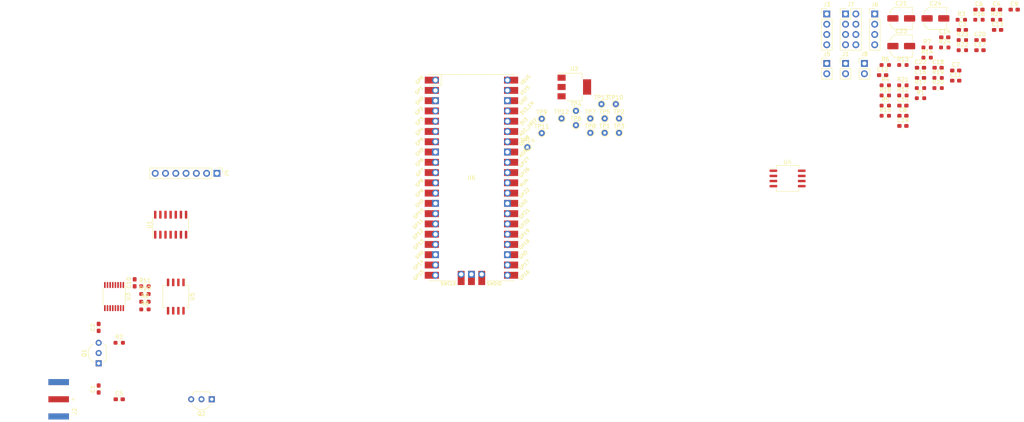
<source format=kicad_pcb>
(kicad_pcb (version 20211014) (generator pcbnew)

  (general
    (thickness 1.6)
  )

  (paper "A4")
  (layers
    (0 "F.Cu" signal)
    (31 "B.Cu" signal)
    (32 "B.Adhes" user "B.Adhesive")
    (33 "F.Adhes" user "F.Adhesive")
    (34 "B.Paste" user)
    (35 "F.Paste" user)
    (36 "B.SilkS" user "B.Silkscreen")
    (37 "F.SilkS" user "F.Silkscreen")
    (38 "B.Mask" user)
    (39 "F.Mask" user)
    (40 "Dwgs.User" user "User.Drawings")
    (41 "Cmts.User" user "User.Comments")
    (42 "Eco1.User" user "User.Eco1")
    (43 "Eco2.User" user "User.Eco2")
    (44 "Edge.Cuts" user)
    (45 "Margin" user)
    (46 "B.CrtYd" user "B.Courtyard")
    (47 "F.CrtYd" user "F.Courtyard")
    (48 "B.Fab" user)
    (49 "F.Fab" user)
    (50 "User.1" user)
    (51 "User.2" user)
    (52 "User.3" user)
    (53 "User.4" user)
    (54 "User.5" user)
    (55 "User.6" user)
    (56 "User.7" user)
    (57 "User.8" user)
    (58 "User.9" user)
  )

  (setup
    (pad_to_mask_clearance 0)
    (pcbplotparams
      (layerselection 0x00010fc_ffffffff)
      (disableapertmacros false)
      (usegerberextensions false)
      (usegerberattributes true)
      (usegerberadvancedattributes true)
      (creategerberjobfile true)
      (svguseinch false)
      (svgprecision 6)
      (excludeedgelayer true)
      (plotframeref false)
      (viasonmask false)
      (mode 1)
      (useauxorigin false)
      (hpglpennumber 1)
      (hpglpenspeed 20)
      (hpglpendiameter 15.000000)
      (dxfpolygonmode true)
      (dxfimperialunits true)
      (dxfusepcbnewfont true)
      (psnegative false)
      (psa4output false)
      (plotreference true)
      (plotvalue true)
      (plotinvisibletext false)
      (sketchpadsonfab false)
      (subtractmaskfromsilk false)
      (outputformat 1)
      (mirror false)
      (drillshape 1)
      (scaleselection 1)
      (outputdirectory "")
    )
  )

  (net 0 "")
  (net 1 "Net-(C1-Pad2)")
  (net 2 "Net-(Q1-Pad2)")
  (net 3 "Net-(C2-Pad1)")
  (net 4 "GND")
  (net 5 "Net-(Q2-Pad2)")
  (net 6 "Net-(L1-Pad2)")
  (net 7 "RF")
  (net 8 "Net-(C5-Pad2)")
  (net 9 "Net-(C9-Pad1)")
  (net 10 "Net-(C13-Pad1)")
  (net 11 "Net-(R7-Pad2)")
  (net 12 "Net-(C10-Pad1)")
  (net 13 "Net-(C14-Pad1)")
  (net 14 "ADC_Q")
  (net 15 "ADC_I")
  (net 16 "Net-(C21-Pad1)")
  (net 17 "A_OUT")
  (net 18 "ADC_MIC")
  (net 19 "Net-(J8-Pad1)")
  (net 20 "CLK0")
  (net 21 "Net-(U1-Pad2)")
  (net 22 "CLK1")
  (net 23 "Net-(U1-Pad4)")
  (net 24 "Net-(U1-Pad5)")
  (net 25 "Net-(U1-Pad11)")
  (net 26 "BIAS_PWM")
  (net 27 "+5V")
  (net 28 "+12V")
  (net 29 "unconnected-(U3-Pad3)")
  (net 30 "unconnected-(U3-Pad4)")
  (net 31 "unconnected-(U3-Pad5)")
  (net 32 "unconnected-(U3-Pad6)")
  (net 33 "unconnected-(U3-Pad7)")
  (net 34 "Net-(C2-Pad2)")
  (net 35 "Net-(C24-Pad2)")
  (net 36 "Net-(R20-Pad1)")
  (net 37 "Net-(C23-Pad1)")
  (net 38 "Net-(R22-Pad1)")
  (net 39 "Net-(C17-Pad2)")
  (net 40 "Net-(R11-Pad2)")
  (net 41 "Net-(C17-Pad1)")
  (net 42 "unconnected-(U6-Pad1)")
  (net 43 "unconnected-(U6-Pad2)")
  (net 44 "SDA_PLL")
  (net 45 "SCL_PLL")
  (net 46 "RX_EN")
  (net 47 "unconnected-(U6-Pad7)")
  (net 48 "unconnected-(U6-Pad11)")
  (net 49 "unconnected-(U6-Pad12)")
  (net 50 "unconnected-(U6-Pad14)")
  (net 51 "unconnected-(U6-Pad15)")
  (net 52 "SDA_DISP")
  (net 53 "SCL_DISP")
  (net 54 "unconnected-(U6-Pad19)")
  (net 55 "unconnected-(U6-Pad20)")
  (net 56 "unconnected-(U6-Pad21)")
  (net 57 "unconnected-(U6-Pad22)")
  (net 58 "Net-(J7-Pad4)")
  (net 59 "Net-(J7-Pad3)")
  (net 60 "Net-(J7-Pad2)")
  (net 61 "Net-(J7-Pad1)")
  (net 62 "unconnected-(U6-Pad29)")
  (net 63 "unconnected-(U6-Pad30)")
  (net 64 "GNDA")
  (net 65 "+3.3VADC")
  (net 66 "+3.3V")
  (net 67 "unconnected-(U6-Pad37)")
  (net 68 "unconnected-(U6-Pad40)")
  (net 69 "Net-(J6-Pad3)")
  (net 70 "Net-(J6-Pad1)")
  (net 71 "Net-(C16-Pad1)")
  (net 72 "Net-(R9-Pad2)")
  (net 73 "Net-(C16-Pad2)")
  (net 74 "Net-(C4-Pad1)")
  (net 75 "Net-(C11-Pad1)")
  (net 76 "Net-(C21-Pad2)")
  (net 77 "CLK2")

  (footprint "Connector_PinHeader_2.54mm:PinHeader_1x04_P2.54mm_Vertical" (layer "F.Cu") (at 255.21 22.81))

  (footprint "Capacitor_SMD:C_0603_1608Metric_Pad1.08x0.95mm_HandSolder" (layer "F.Cu") (at 63.5 115.57 90))

  (footprint "TestPoint:TestPoint_THTPad_D1.5mm_Drill0.7mm" (layer "F.Cu") (at 187.705 45.115))

  (footprint "TestPoint:TestPoint_THTPad_D1.5mm_Drill0.7mm" (layer "F.Cu") (at 172.955 52.285))

  (footprint "Resistor_SMD:R_0603_1608Metric_Pad0.98x0.95mm_HandSolder" (layer "F.Cu") (at 74.93 93.98))

  (footprint "Capacitor_SMD:C_0603_1608Metric_Pad1.08x0.95mm_HandSolder" (layer "F.Cu") (at 275.22 36.8))

  (footprint "Resistor_SMD:R_0603_1608Metric_Pad0.98x0.95mm_HandSolder" (layer "F.Cu") (at 262.17 42.97))

  (footprint "Resistor_SMD:R_0603_1608Metric_Pad0.98x0.95mm_HandSolder" (layer "F.Cu") (at 280.96 24.25))

  (footprint "Resistor_SMD:R_0603_1608Metric_Pad0.98x0.95mm_HandSolder" (layer "F.Cu") (at 257.82 42.97))

  (footprint "Connector_PinHeader_2.54mm:PinHeader_1x07_P2.54mm_Vertical" (layer "F.Cu") (at 92.71 62.23 -90))

  (footprint "Resistor_SMD:R_0603_1608Metric_Pad0.98x0.95mm_HandSolder" (layer "F.Cu") (at 68.58 104.14))

  (footprint "Package_SO:SO-8_5.3x6.2mm_P1.27mm" (layer "F.Cu") (at 82.55 92.71 -90))

  (footprint "Connector_Coaxial:SMA_Amphenol_132289_EdgeMount" (layer "F.Cu") (at 53.6225 118.11 180))

  (footprint "TestPoint:TestPoint_THTPad_D1.5mm_Drill0.7mm" (layer "F.Cu") (at 184.955 48.665))

  (footprint "Capacitor_SMD:C_0603_1608Metric_Pad1.08x0.95mm_HandSolder" (layer "F.Cu") (at 262.17 45.48))

  (footprint "TestPoint:TestPoint_THTPad_D1.5mm_Drill0.7mm" (layer "F.Cu") (at 188.505 52.215))

  (footprint "Capacitor_SMD:C_0603_1608Metric_Pad1.08x0.95mm_HandSolder" (layer "F.Cu") (at 272.51 28.59))

  (footprint "Package_TO_SOT_THT:TO-92_Inline_Wide" (layer "F.Cu") (at 91.44 118.11 180))

  (footprint "Resistor_SMD:R_0603_1608Metric_Pad0.98x0.95mm_HandSolder" (layer "F.Cu") (at 257.82 45.48))

  (footprint "Capacitor_SMD:C_0603_1608Metric_Pad1.08x0.95mm_HandSolder" (layer "F.Cu") (at 276.86 26.76))

  (footprint "Package_TO_SOT_THT:TO-92_Inline_Wide" (layer "F.Cu") (at 63.5 109.22 90))

  (footprint "Resistor_SMD:R_0603_1608Metric_Pad0.98x0.95mm_HandSolder" (layer "F.Cu") (at 74.93 95.885))

  (footprint "TestPoint:TestPoint_THTPad_D1.5mm_Drill0.7mm" (layer "F.Cu") (at 184.955 52.215))

  (footprint "TestPoint:TestPoint_THTPad_D1.5mm_Drill0.7mm" (layer "F.Cu") (at 181.405 50.325))

  (footprint "TestPoint:TestPoint_THTPad_D1.5mm_Drill0.7mm" (layer "F.Cu") (at 169.405 55.765))

  (footprint "Resistor_SMD:R_0603_1608Metric_Pad0.98x0.95mm_HandSolder" (layer "F.Cu") (at 285.31 24.25))

  (footprint "Capacitor_SMD:C_0603_1608Metric_Pad1.08x0.95mm_HandSolder" (layer "F.Cu") (at 63.5 100.33 90))

  (footprint "Capacitor_SMD:C_0603_1608Metric_Pad1.08x0.95mm_HandSolder" (layer "F.Cu") (at 281.21 29.27))

  (footprint "Resistor_SMD:R_0603_1608Metric_Pad0.98x0.95mm_HandSolder" (layer "F.Cu") (at 257.82 47.99))

  (footprint "Resistor_SMD:R_0603_1608Metric_Pad0.98x0.95mm_HandSolder" (layer "F.Cu") (at 270.87 41.14))

  (footprint "TestPoint:TestPoint_THTPad_D1.5mm_Drill0.7mm" (layer "F.Cu") (at 192.055 48.665))

  (footprint "TestPoint:TestPoint_THTPad_D1.5mm_Drill0.7mm" (layer "F.Cu") (at 191.255 45.115))

  (footprint "Resistor_SMD:R_0603_1608Metric_Pad0.98x0.95mm_HandSolder" (layer "F.Cu") (at 74.93 92.075))

  (footprint "Capacitor_SMD:C_0603_1608Metric_Pad1.08x0.95mm_HandSolder" (layer "F.Cu") (at 266.52 36.12))

  (footprint "Resistor_SMD:R_0603_1608Metric_Pad0.98x0.95mm_HandSolder" (layer "F.Cu") (at 276.86 29.27))

  (footprint "Capacitor_SMD:C_0603_1608Metric_Pad1.08x0.95mm_HandSolder" (layer "F.Cu") (at 275.22 39.31))

  (footprint "Capacitor_SMD:C_0603_1608Metric_Pad1.08x0.95mm_HandSolder" (layer "F.Cu") (at 285.56 26.76))

  (footprint "TestPoint:TestPoint_THTPad_D1.5mm_Drill0.7mm" (layer "F.Cu") (at 172.955 48.735))

  (footprint "Package_SO:SO-8_5.3x6.2mm_P1.27mm" (layer "F.Cu") (at 233.68 63.5))

  (footprint "Package_SO:TSSOP-16_4.4x5mm_P0.65mm" (layer "F.Cu") (at 67.31 92.71 -90))

  (footprint "Connector_PinHeader_2.54mm:PinHeader_1x02_P2.54mm_Vertical" (layer "F.Cu") (at 252.66 35.06))

  (footprint "Resistor_SMD:R_0603_1608Metric_Pad0.98x0.95mm_HandSolder" (layer "F.Cu") (at 266.52 41.14))

  (footprint "Capacitor_SMD:C_0603_1608Metric_Pad1.08x0.95mm_HandSolder" (layer "F.Cu") (at 280.96 21.74))

  (footprint "Resistor_SMD:R_0603_1608Metric_Pad0.98x0.95mm_HandSolder" (layer "F.Cu") (at 262.17 40.46))

  (footprint "Capacitor_SMD:C_Elec_5x5.8" (layer "F.Cu") (at 261.76 23.91))

  (footprint "Resistor_SMD:R_0603_1608Metric_Pad0.98x0.95mm_HandSolder" (layer "F.Cu") (at 268.16 33.61))

  (footprint "Package_TO_SOT_SMD:SOT-223-3_TabPin2" (layer "F.Cu") (at 181.005 40.875))

  (footprint "Resistor_SMD:R_0603_1608Metric_Pad0.98x0.95mm_HandSolder" (layer "F.Cu") (at 276.61 24.25))

  (footprint "TestPoint:TestPoint_THTPad_D1.5mm_Drill0.7mm" (layer "F.Cu") (at 192.055 52.215))

  (footprint "Resistor_SMD:R_0603_1608Metric_Pad0.98x0.95mm_HandSolder" (layer "F.Cu") (at 276.86 31.78))

  (footprint "Capacitor_SMD:C_0603_1608Metric_Pad1.08x0.95mm_HandSolder" (layer "F.Cu") (at 285.31 21.74))

  (footprint "Resistor_SMD:R_0603_1608Metric_Pad0.98x0.95mm_HandSolder" (layer "F.Cu") (at 268.16 31.1))

  (footprint "Resistor_SMD:R_0603_1608Metric_Pad0.98x0.95mm_HandSolder" (layer "F.Cu") (at 272.51 31.1))

  (footprint "Connector_PinHeader_2.54mm:PinHeader_1x02_P2.54mm_Vertical" (layer "F.Cu") (at 248.01 35.06))

  (footprint "Resistor_SMD:R_0603_1608Metric_Pad0.98x0.95mm_HandSolder" (layer "F.Cu") (at 270.87 38.63))

  (footprint "Connector_PinHeader_2.54mm:PinHeader_1x04_P2.54mm_Vertical" (layer "F.Cu") (at 243.36 22.81))

  (footprint "Resistor_SMD:R_0603_1608Metric_Pad0.98x0.95mm_HandSolder" (layer "F.Cu") (at 262.17 35.44))

  (footprint "Capacitor_SMD:C_Elec_5x5.8" (layer "F.Cu") (at 261.76 30.76))

  (footprint "Resistor_SMD:R_0603_1608Metric_Pad0.98x0.95mm_HandSolder" (layer "F.Cu") (at 257.82 40.46))

  (footprint "Capacitor_SMD:C_0603_1608Metric_Pad1.08x0.95mm_HandSolder" (layer "F.Cu") (at 281.21 31.78))

  (footprint "Capacitor_SMD:C_0603_1608Metric_Pad1.08x0.95mm_HandSolder" (layer "F.Cu") (at 257.16 37.95))

  (footprint "Resistor_SMD:R_0603_1608Metric_Pad0.98x0.95mm_HandSolder" (layer "F.Cu") (at 266.52 43.65))

  (footprint "Capacitor_SMD:C_0603_1608Metric_Pad1.08x0.95mm_HandSolder" (layer "F.Cu") (at 289.66 21.74))

  (footprint "TestPoint:TestPoint_THTPad_D1.5mm_Drill0.7mm" (layer "F.Cu") (at 188.505 48.665))

  (footprint "Capacitor_SMD:C_0603_1608Metric_Pad1.08x0.95mm_HandSolder" (layer "F.Cu")
    (tedit 5F68FEEF) (tstamp db32c4e8-81c3-4ce1-bfa5-82de72c25a40)
    (at 270.87 36.12)
    (descr "Capacitor SMD 0603 (1608 Metric), square (rectangular) end terminal, IPC_7351 nominal with elongated pad for handsoldering. (Body size source: IPC-SM-782 page 76, https://www.pcb-3d.com/wordpress/wp-content/uploads/ipc-sm-782a_amendment_1_and_2.pdf), generated with kicad-footprint-generator")
    (tags "capacitor handsolder")
    (property "Sheetfile" "File: opensdx.pro.kicad_sch")
    (property "Sheetname" "")
    (path "/0e181ed0-8de2-4f1e-9ee6-edeaac8ca954")
    (attr smd)
    (fp_text reference "C18" (at 0 -1.43) (layer "F.SilkS")
      (effects (font (size 1 1) (thickness 0.15)))
      (tstamp 917b0b46-eb5f-41fb-b70c-f3a3d06a289a)
    )
    (fp_text value "100nF" (at 0 1.43) (layer "F.Fab")
      (effects (font (size 1 1) (thickness 0.15)))
      (tstamp cf1bac66-3a76-400c-baed-78c024c278c5)
    )
    (fp_text user "${REFERENCE}" (at 0 0) (layer "F.Fab")
      (effects (font (size 0.4 0.4) (thickness 0.06)))
      (tstamp 0243b81b-15dc-4e0e-940a-c01e45e52948
... [82102 chars truncated]
</source>
